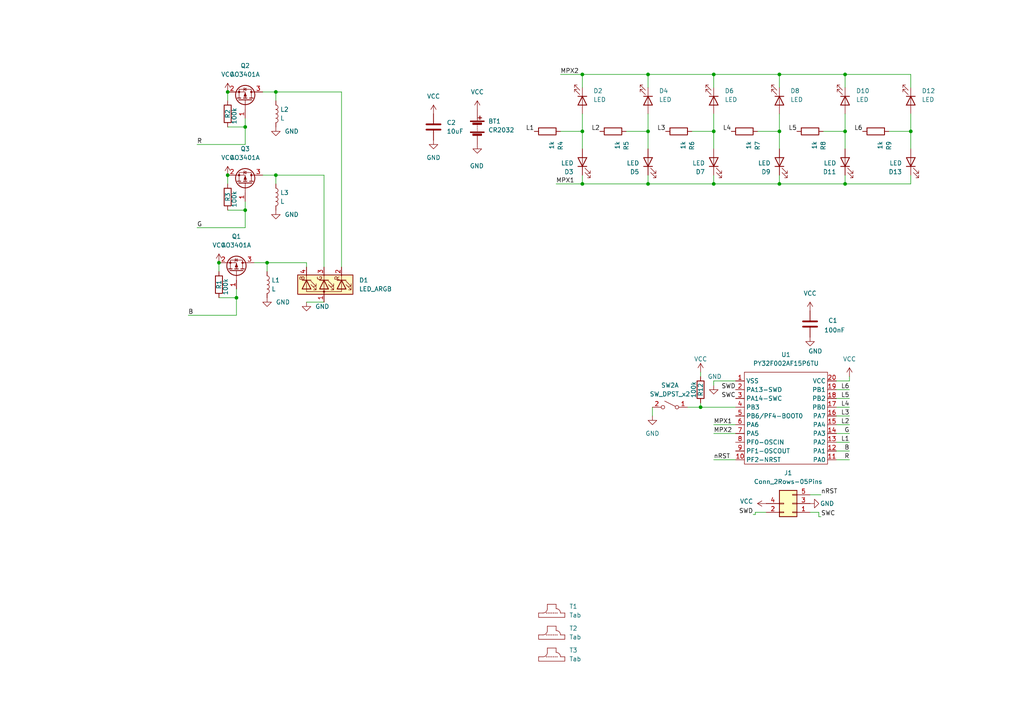
<source format=kicad_sch>
(kicad_sch (version 20250114) (generator "eeschema") (generator_version "9.0")
  (paper "A4")
  (lib_symbols
    (symbol "Connector_Generic:Conn_2Rows-05Pins" (pin_names (offset 1.016) (hide yes))
      (property "Reference" "J" (at 1.27 5.08 0))
      (property "Value" "Conn_2Rows-05Pins" (at 1.27 -5.08 0))
      (symbol "Conn_2Rows-05Pins_1_1"
        (rectangle (start -1.27 3.81) (end 3.81 -3.81) (stroke (width 0.254)) (fill (type background)))
        (rectangle (start -1.27 2.667) (end 0 2.413) (stroke (width 0.1524)))
        (rectangle (start -1.27 0.127) (end 0 -0.127) (stroke (width 0.1524)))
        (rectangle (start -1.27 -2.413) (end 0 -2.667) (stroke (width 0.1524)))
        (rectangle (start 3.81 2.667) (end 2.54 2.413) (stroke (width 0.1524)))
        (rectangle (start 3.81 0.127) (end 2.54 -0.127) (stroke (width 0.1524)))
        (pin passive line (at -5.08 2.54 0) (length 3.81) (name "Pin_1") (number "1"))
        (pin passive line (at -5.08 0 0) (length 3.81) (name "Pin_3") (number "3"))
        (pin passive line (at -5.08 -2.54 0) (length 3.81) (name "Pin_5") (number "5"))
        (pin passive line (at 7.62 2.54 180) (length 3.81) (name "Pin_2") (number "2"))
        (pin passive line (at 7.62 0 180) (length 3.81) (name "Pin_4") (number "4"))
      )
    )
    (symbol "Device:Battery" (pin_numbers (hide yes)) (pin_names (offset 0) (hide yes))
      (property "Reference" "BT" (at 2.54 2.54 0))
      (property "Value" "Battery" (at 2.54 0 0))
      (symbol "Battery_0_1"
        (rectangle (start -2.032 1.778) (end 2.032 1.524) (fill (type outline)))
        (rectangle (start -2.032 -1.397) (end 2.032 -1.651) (fill (type outline)))
        (rectangle (start -1.3208 1.1938) (end 1.27 0.6858) (fill (type outline)))
        (rectangle (start -1.3208 -1.9812) (end 1.27 -2.4892) (fill (type outline)))
        (polyline (pts (xy 0 1.778) (xy 0 2.54)))
        (polyline (pts (xy 0 0.508) (xy 0 0.762)))
        (polyline (pts (xy 0 0) (xy 0 0.254)))
        (polyline (pts (xy 0 -0.508) (xy 0 -0.254)))
        (polyline (pts (xy 0 -1.016) (xy 0 -0.762)))
        (polyline (pts (xy 0 -1.524) (xy 0 -1.27)))
        (polyline (pts (xy 0.254 2.667) (xy 1.27 2.667)) (stroke (width 0.254)))
        (polyline (pts (xy 0.762 3.175) (xy 0.762 2.159)) (stroke (width 0.254)))
      )
      (symbol "Battery_1_1"
        (pin passive line (at 0 5.08 270) (length 2.54) (name "+") (number "1"))
        (pin passive line (at 0 -5.08 90) (length 2.54) (name "-") (number "2"))
      )
    )
    (symbol "Device:C" (pin_numbers (hide yes)) (pin_names (offset 0.254))
      (property "Reference" "C" (at 0.635 2.54 0))
      (property "Value" "C" (at 0.635 -2.54 0))
      (symbol "C_0_1"
        (polyline (pts (xy -2.032 0.762) (xy 2.032 0.762)) (stroke (width 0.508)))
        (polyline (pts (xy -2.032 -0.762) (xy 2.032 -0.762)) (stroke (width 0.508)))
      )
      (symbol "C_1_1"
        (pin passive line (at 0 3.81 270) (length 2.794) (name "~") (number "1"))
        (pin passive line (at 0 -3.81 90) (length 2.794) (name "~") (number "2"))
      )
    )
    (symbol "Device:L" (pin_numbers (hide yes)) (pin_names (offset 1.016) (hide yes))
      (property "Reference" "L" (at -1.27 0 90))
      (property "Value" "L" (at 1.905 0 90))
      (symbol "L_0_1"
        (arc (start 0 2.54) (mid 0.6323 1.905) (end 0 1.27))
        (arc (start 0 1.27) (mid 0.6323 0.635) (end 0 0))
        (arc (start 0 0) (mid 0.6323 -0.635) (end 0 -1.27))
        (arc (start 0 -1.27) (mid 0.6323 -1.905) (end 0 -2.54))
      )
      (symbol "L_1_1"
        (pin passive line (at 0 3.81 270) (length 1.27) (name "1") (number "1"))
        (pin passive line (at 0 -3.81 90) (length 1.27) (name "2") (number "2"))
      )
    )
    (symbol "Device:LED" (pin_numbers (hide yes)) (pin_names (offset 1.016) (hide yes))
      (property "Reference" "D" (at 0 2.54 0))
      (property "Value" "LED" (at 0 -2.54 0))
      (symbol "LED_0_1"
        (polyline (pts (xy -3.048 -0.762) (xy -4.572 -2.286) (xy -3.81 -2.286) (xy -4.572 -2.286) (xy -4.572 -1.524)))
        (polyline (pts (xy -1.778 -0.762) (xy -3.302 -2.286) (xy -2.54 -2.286) (xy -3.302 -2.286) (xy -3.302 -1.524)))
        (polyline (pts (xy -1.27 0) (xy 1.27 0)))
        (polyline (pts (xy -1.27 -1.27) (xy -1.27 1.27)) (stroke (width 0.254)))
        (polyline (pts (xy 1.27 -1.27) (xy 1.27 1.27) (xy -1.27 0) (xy 1.27 -1.27)) (stroke (width 0.254)))
      )
      (symbol "LED_1_1"
        (pin passive line (at -3.81 0 0) (length 2.54) (name "K") (number "1"))
        (pin passive line (at 3.81 0 180) (length 2.54) (name "A") (number "2"))
      )
    )
    (symbol "Device:LED_ARGB" (pin_names (offset 0) (hide yes))
      (property "Reference" "D" (at 0 9.398 0))
      (property "Value" "LED_ARGB" (at 0 -8.89 0))
      (symbol "LED_ARGB_0_0"
        (text "R" (at -1.905 3.81 0) (effects (font (size 1.27 1.27))))
        (text "G" (at -1.905 -1.27 0) (effects (font (size 1.27 1.27))))
        (text "B" (at -1.905 -6.35 0) (effects (font (size 1.27 1.27))))
      )
      (symbol "LED_ARGB_0_1"
        (polyline (pts (xy -1.27 6.35) (xy -1.27 3.81)) (stroke (width 0.254)))
        (polyline (pts (xy -1.27 6.35) (xy -1.27 3.81) (xy -1.27 3.81)))
        (polyline (pts (xy -1.27 5.08) (xy -2.54 5.08)))
        (polyline (pts (xy -1.27 5.08) (xy 1.27 5.08)))
        (polyline (pts (xy -1.27 1.27) (xy -1.27 -1.27)) (stroke (width 0.254)))
        (polyline (pts (xy -1.27 1.27) (xy -1.27 -1.27) (xy -1.27 -1.27)))
        (polyline (pts (xy -1.27 0) (xy -2.54 0)))
        (polyline (pts (xy -1.27 -3.81) (xy -1.27 -6.35)) (stroke (width 0.254)))
        (polyline (pts (xy -1.27 -5.08) (xy -2.54 -5.08)))
        (polyline (pts (xy -1.27 -5.08) (xy 1.27 -5.08)))
        (polyline (pts (xy -1.016 6.35) (xy 0.508 7.874) (xy -0.254 7.874) (xy 0.508 7.874) (xy 0.508 7.112)))
        (polyline (pts (xy -1.016 1.27) (xy 0.508 2.794) (xy -0.254 2.794) (xy 0.508 2.794) (xy 0.508 2.032)))
        (polyline (pts (xy -1.016 -3.81) (xy 0.508 -2.286) (xy -0.254 -2.286) (xy 0.508 -2.286) (xy 0.508 -3.048)))
        (polyline (pts (xy 0 6.35) (xy 1.524 7.874) (xy 0.762 7.874) (xy 1.524 7.874) (xy 1.524 7.112)))
        (polyline (pts (xy 0 1.27) (xy 1.524 2.794) (xy 0.762 2.794) (xy 1.524 2.794) (xy 1.524 2.032)))
        (polyline (pts (xy 0 -3.81) (xy 1.524 -2.286) (xy 0.762 -2.286) (xy 1.524 -2.286) (xy 1.524 -3.048)))
        (polyline (pts (xy 1.27 6.35) (xy 1.27 3.81) (xy -1.27 5.08) (xy 1.27 6.35)) (stroke (width 0.254)))
        (rectangle (start 1.27 6.35) (end 1.27 6.35))
        (rectangle (start 1.27 3.81) (end 1.27 6.35))
        (polyline (pts (xy 1.27 1.27) (xy 1.27 -1.27) (xy -1.27 0) (xy 1.27 1.27)) (stroke (width 0.254)))
        (rectangle (start 1.27 1.27) (end 1.27 1.27))
        (polyline (pts (xy 1.27 0) (xy -1.27 0)))
        (polyline (pts (xy 1.27 0) (xy 2.54 0)))
        (rectangle (start 1.27 -1.27) (end 1.27 1.27))
        (polyline (pts (xy 1.27 -3.81) (xy 1.27 -6.35) (xy -1.27 -5.08) (xy 1.27 -3.81)) (stroke (width 0.254)))
        (polyline (pts (xy 1.27 -5.08) (xy 2.032 -5.08) (xy 2.032 5.08) (xy 1.27 5.08)))
        (circle (center 2.032 0) (radius 0.254) (fill (type outline)))
        (rectangle (start 2.794 8.382) (end -2.794 -7.62) (stroke (width 0.254)) (fill (type background)))
      )
      (symbol "LED_ARGB_1_1"
        (pin passive line (at -5.08 5.08 0) (length 2.54) (name "RK") (number "2"))
        (pin passive line (at -5.08 0 0) (length 2.54) (name "GK") (number "3"))
        (pin passive line (at -5.08 -5.08 0) (length 2.54) (name "BK") (number "4"))
        (pin passive line (at 5.08 0 180) (length 2.54) (name "A") (number "1"))
      )
    )
    (symbol "Device:R" (pin_numbers (hide yes)) (pin_names (offset 0))
      (property "Reference" "R" (at 2.032 0 90))
      (property "Value" "R" (at 0 0 90))
      (symbol "R_0_1"
        (rectangle (start -1.016 -2.54) (end 1.016 2.54) (stroke (width 0.254)))
      )
      (symbol "R_1_1"
        (pin passive line (at 0 3.81 270) (length 1.27) (name "~") (number "1"))
        (pin passive line (at 0 -3.81 90) (length 1.27) (name "~") (number "2"))
      )
    )
    (symbol "PY32F002AF15P6:PY32F002AF15P6TU"
      (property "Reference" "U" (at -8.89 16.51 0))
      (property "Value" "PY32F002AF15P6TU" (at 5.08 16.51 0))
      (symbol "PY32F002AF15P6TU_0_1"
        (rectangle (start -12.7 11.43) (end 11.43 -15.24))
      )
      (symbol "PY32F002AF15P6TU_1_1"
        (pin input line (at -15.24 8.89 0) (length 2.54) (name "VSS") (number "1"))
        (pin input line (at -15.24 6.35 0) (length 2.54) (name "PA13-SWD") (number "2"))
        (pin input line (at -15.24 3.81 0) (length 2.54) (name "PA14-SWC") (number "3"))
        (pin input line (at -15.24 1.27 0) (length 2.54) (name "PB3") (number "4"))
        (pin input line (at -15.24 -1.27 0) (length 2.54) (name "PB6/PF4-BOOT0") (number "5"))
        (pin input line (at -15.24 -3.81 0) (length 2.54) (name "PA6") (number "6"))
        (pin input line (at -15.24 -6.35 0) (length 2.54) (name "PA5") (number "7"))
        (pin input line (at -15.24 -8.89 0) (length 2.54) (name "PF0-OSCIN") (number "8"))
        (pin input line (at -15.24 -11.43 0) (length 2.54) (name "PF1-OSCOUT") (number "9"))
        (pin input line (at -15.24 -13.97 0) (length 2.54) (name "PF2-NRST") (number "10"))
        (pin input line (at 13.97 8.89 180) (length 2.54) (name "VCC") (number "20"))
        (pin input line (at 13.97 6.35 180) (length 2.54) (name "PB1") (number "19"))
        (pin input line (at 13.97 3.81 180) (length 2.54) (name "PB2") (number "18"))
        (pin input line (at 13.97 1.27 180) (length 2.54) (name "PB0") (number "17"))
        (pin input line (at 13.97 -1.27 180) (length 2.54) (name "PA7") (number "16"))
        (pin input line (at 13.97 -3.81 180) (length 2.54) (name "PA4") (number "15"))
        (pin input line (at 13.97 -6.35 180) (length 2.54) (name "PA3") (number "14"))
        (pin input line (at 13.97 -8.89 180) (length 2.54) (name "PA2") (number "13"))
        (pin input line (at 13.97 -11.43 180) (length 2.54) (name "PA1") (number "12"))
        (pin input line (at 13.97 -13.97 180) (length 2.54) (name "PA0") (number "11"))
      )
    )
    (symbol "Switch:SW_DPST_x2" (pin_names (offset 0) (hide yes))
      (property "Reference" "SW" (at 0 3.175 0))
      (property "Value" "SW_DPST_x2" (at 0 -2.54 0))
      (symbol "SW_DPST_x2_0_0"
        (circle (center -2.032 0) (radius 0.508))
        (polyline (pts (xy -1.524 0.254) (xy 1.524 1.778)))
        (circle (center 2.032 0) (radius 0.508))
      )
      (symbol "SW_DPST_x2_1_1"
        (pin passive line (at -5.08 0 0) (length 2.54) (name "A") (number "1"))
        (pin passive line (at 5.08 0 180) (length 2.54) (name "B") (number "2"))
      )
      (symbol "SW_DPST_x2_2_1"
        (pin passive line (at -5.08 0 0) (length 2.54) (name "A") (number "3"))
        (pin passive line (at 5.08 0 180) (length 2.54) (name "B") (number "4"))
      )
    )
    (symbol "Transistor_FET:AO3401A" (pin_names (hide yes))
      (property "Reference" "Q" (at 5.08 1.905 0))
      (property "Value" "AO3401A" (at 5.08 0 0))
      (symbol "AO3401A_0_1"
        (polyline (pts (xy 0.254 1.905) (xy 0.254 -1.905)) (stroke (width 0.254)))
        (polyline (pts (xy 0.254 0) (xy -2.54 0)))
        (polyline (pts (xy 0.762 2.286) (xy 0.762 1.27)) (stroke (width 0.254)))
        (polyline (pts (xy 0.762 1.778) (xy 3.302 1.778) (xy 3.302 -1.778) (xy 0.762 -1.778)))
        (polyline (pts (xy 0.762 0.508) (xy 0.762 -0.508)) (stroke (width 0.254)))
        (polyline (pts (xy 0.762 -1.27) (xy 0.762 -2.286)) (stroke (width 0.254)))
        (circle (center 1.651 0) (radius 2.794) (stroke (width 0.254)))
        (polyline (pts (xy 2.286 0) (xy 1.27 0.381) (xy 1.27 -0.381) (xy 2.286 0)) (fill (type outline)))
        (polyline (pts (xy 2.54 2.54) (xy 2.54 1.778)))
        (circle (center 2.54 1.778) (radius 0.254) (fill (type outline)))
        (circle (center 2.54 -1.778) (radius 0.254) (fill (type outline)))
        (polyline (pts (xy 2.54 -2.54) (xy 2.54 0) (xy 0.762 0)))
        (polyline (pts (xy 2.794 -0.508) (xy 2.921 -0.381) (xy 3.683 -0.381) (xy 3.81 -0.254)))
        (polyline (pts (xy 3.302 -0.381) (xy 2.921 0.254) (xy 3.683 0.254) (xy 3.302 -0.381)))
      )
      (symbol "AO3401A_1_1"
        (pin input line (at -5.08 0 0) (length 2.54) (name "G") (number "1"))
        (pin passive line (at 2.54 5.08 270) (length 2.54) (name "D") (number "3"))
        (pin passive line (at 2.54 -5.08 90) (length 2.54) (name "S") (number "2"))
      )
    )
    (symbol "kikit:Tab" (in_bom no)
      (property "Reference" "T" (at 0 3.81 0))
      (property "Value" "Tab" (at 0 -2.54 0))
      (symbol "Tab_0_1"
        (polyline (pts (xy -3.81 0) (xy -2.54 0)) (stroke (width 0.1524)))
        (polyline (pts (xy -3.81 0) (xy -3.81 -1.27) (xy 3.81 -1.27) (xy 3.81 0)) (stroke (width 0.1524)))
        (arc (start -1.27 1.27) (mid -1.642 0.372) (end -2.54 0) (stroke (width 0.1524)))
        (circle (center -1.524 0) (radius 0.0762) (stroke (width 0.1524)))
        (polyline (pts (xy -1.27 1.27) (xy -1.27 2.54)) (stroke (width 0.1524)))
        (circle (center -1.016 0) (radius 0.0762) (stroke (width 0.1524)))
        (circle (center -0.508 0) (radius 0.0762) (stroke (width 0.1524)))
        (circle (center 0 0) (radius 0.0762) (stroke (width 0.1524)))
        (circle (center 0.508 0) (radius 0.0762) (stroke (width 0.1524)))
        (circle (center 1.016 0) (radius 0.0762) (stroke (width 0.1524)))
        (polyline (pts (xy 1.27 2.54) (xy -1.27 2.54)) (stroke (width 0.1524)))
        (polyline (pts (xy 1.27 1.27) (xy 1.27 2.54)) (stroke (width 0.1524)))
        (arc (start 1.27 1.27) (mid 2.168 0.898) (end 2.54 0) (stroke (width 0.1524)))
        (circle (center 1.524 0) (radius 0.0762) (stroke (width 0.1524)))
        (polyline (pts (xy 2.54 0) (xy 3.81 0)) (stroke (width 0.1524)))
      )
    )
    (symbol "power:GND" (power) (pin_names (offset 0))
      (property "Value" "GND" (at 0 -3.81 0))
      (symbol "GND_0_1"
        (polyline (pts (xy 0 0) (xy 0 -1.27) (xy 1.27 -1.27) (xy 0 -2.54) (xy -1.27 -1.27) (xy 0 -1.27)))
      )
      (symbol "GND_1_1"
        (pin power_in line (at 0 0 270) (length 0) (hide yes) (name "GND") (number "1"))
      )
    )
    (symbol "power:VCC" (power) (pin_names (offset 0))
      (property "Value" "VCC" (at 0 3.81 0))
      (symbol "VCC_0_1"
        (polyline (pts (xy -0.762 1.27) (xy 0 2.54)))
        (polyline (pts (xy 0 2.54) (xy 0.762 1.27)))
        (polyline (pts (xy 0 0) (xy 0 2.54)))
      )
      (symbol "VCC_1_1"
        (pin power_in line (at 0 0 90) (length 0) (hide yes) (name "VCC") (number "1"))
      )
    )
  )
  (junction (at 168.91 38.1))
  (junction (at 245.11 21.59))
  (junction (at 245.11 53.34))
  (junction (at 207.01 53.34))
  (junction (at 71.12 60.96))
  (junction (at 77.47 76.2))
  (junction (at 71.12 36.83))
  (junction (at 264.16 38.1))
  (junction (at 207.01 38.1))
  (junction (at 80.01 50.8))
  (junction (at 66.04 26.67))
  (junction (at 226.06 38.1))
  (junction (at 168.91 21.59))
  (junction (at 63.5 76.2))
  (junction (at 226.06 21.59))
  (junction (at 80.01 26.67))
  (junction (at 66.04 50.8))
  (junction (at 187.96 38.1))
  (junction (at 187.96 21.59))
  (junction (at 245.11 38.1))
  (junction (at 203.2 118.11))
  (junction (at 226.06 53.34))
  (junction (at 187.96 53.34))
  (junction (at 68.58 86.36))
  (junction (at 168.91 53.34))
  (junction (at 207.01 21.59))
  (wire (pts (xy 207.01 111.76) (xy 207.01 110.49)))
  (wire (pts (xy 187.96 21.59) (xy 168.91 21.59)))
  (wire (pts (xy 237.49 148.59) (xy 234.95 148.59)))
  (wire (pts (xy 226.06 50.8) (xy 226.06 53.34)))
  (wire (pts (xy 245.11 33.02) (xy 245.11 38.1)))
  (wire (pts (xy 71.12 60.96) (xy 71.12 58.42)))
  (wire (pts (xy 207.01 33.02) (xy 207.01 38.1)))
  (wire (pts (xy 57.15 66.04) (xy 71.12 66.04)))
  (wire (pts (xy 226.06 33.02) (xy 226.06 38.1)))
  (wire (pts (xy 246.38 120.65) (xy 242.57 120.65)))
  (wire (pts (xy 264.16 25.4) (xy 264.16 21.59)))
  (wire (pts (xy 246.38 128.27) (xy 242.57 128.27)))
  (wire (pts (xy 66.04 50.8) (xy 66.04 53.34)))
  (wire (pts (xy 207.01 123.19) (xy 213.36 123.19)))
  (wire (pts (xy 207.01 25.4) (xy 207.01 21.59)))
  (wire (pts (xy 80.01 26.67) (xy 80.01 29.21)))
  (wire (pts (xy 203.2 107.95) (xy 203.2 109.22)))
  (wire (pts (xy 246.38 109.22) (xy 246.38 110.49)))
  (wire (pts (xy 80.01 50.8) (xy 93.98 50.8)))
  (wire (pts (xy 246.38 123.19) (xy 242.57 123.19)))
  (wire (pts (xy 99.06 26.67) (xy 99.06 77.47)))
  (wire (pts (xy 245.11 50.8) (xy 245.11 53.34)))
  (wire (pts (xy 246.38 118.11) (xy 242.57 118.11)))
  (wire (pts (xy 66.04 60.96) (xy 71.12 60.96)))
  (wire (pts (xy 162.56 38.1) (xy 168.91 38.1)))
  (wire (pts (xy 88.9 76.2) (xy 77.47 76.2)))
  (wire (pts (xy 162.56 21.59) (xy 168.91 21.59)))
  (wire (pts (xy 226.06 25.4) (xy 226.06 21.59)))
  (wire (pts (xy 54.61 91.44) (xy 68.58 91.44)))
  (wire (pts (xy 245.11 25.4) (xy 245.11 21.59)))
  (wire (pts (xy 73.66 76.2) (xy 77.47 76.2)))
  (wire (pts (xy 246.38 113.03) (xy 242.57 113.03)))
  (wire (pts (xy 219.075 148.59) (xy 222.25 148.59)))
  (wire (pts (xy 57.15 41.91) (xy 71.12 41.91)))
  (wire (pts (xy 245.11 38.1) (xy 245.11 43.18)))
  (wire (pts (xy 181.61 38.1) (xy 187.96 38.1)))
  (wire (pts (xy 68.58 86.36) (xy 68.58 91.44)))
  (wire (pts (xy 219.075 149.225) (xy 219.075 148.59)))
  (wire (pts (xy 168.91 53.34) (xy 187.96 53.34)))
  (wire (pts (xy 226.06 38.1) (xy 226.06 43.18)))
  (wire (pts (xy 238.76 38.1) (xy 245.11 38.1)))
  (wire (pts (xy 207.01 38.1) (xy 207.01 43.18)))
  (wire (pts (xy 207.01 110.49) (xy 213.36 110.49)))
  (wire (pts (xy 264.16 50.8) (xy 264.16 53.34)))
  (wire (pts (xy 203.2 116.84) (xy 203.2 118.11)))
  (wire (pts (xy 203.2 118.11) (xy 213.36 118.11)))
  (wire (pts (xy 245.11 21.59) (xy 226.06 21.59)))
  (wire (pts (xy 207.01 53.34) (xy 226.06 53.34)))
  (wire (pts (xy 63.5 76.2) (xy 63.5 78.74)))
  (wire (pts (xy 63.5 86.36) (xy 68.58 86.36)))
  (wire (pts (xy 187.96 53.34) (xy 207.01 53.34)))
  (wire (pts (xy 219.71 38.1) (xy 226.06 38.1)))
  (wire (pts (xy 237.49 149.86) (xy 237.49 148.59)))
  (wire (pts (xy 207.01 21.59) (xy 187.96 21.59)))
  (wire (pts (xy 207.01 133.35) (xy 213.36 133.35)))
  (wire (pts (xy 257.81 38.1) (xy 264.16 38.1)))
  (wire (pts (xy 161.29 53.34) (xy 168.91 53.34)))
  (wire (pts (xy 77.47 76.2) (xy 77.47 78.74)))
  (wire (pts (xy 76.2 26.67) (xy 80.01 26.67)))
  (wire (pts (xy 68.58 86.36) (xy 68.58 83.82)))
  (wire (pts (xy 88.9 87.63) (xy 93.98 87.63)))
  (wire (pts (xy 226.06 53.34) (xy 245.11 53.34)))
  (wire (pts (xy 66.04 26.67) (xy 66.04 29.21)))
  (wire (pts (xy 80.01 50.8) (xy 80.01 53.34)))
  (wire (pts (xy 187.96 38.1) (xy 187.96 43.18)))
  (wire (pts (xy 264.16 33.02) (xy 264.16 38.1)))
  (wire (pts (xy 245.11 53.34) (xy 264.16 53.34)))
  (wire (pts (xy 246.38 133.35) (xy 242.57 133.35)))
  (wire (pts (xy 71.12 60.96) (xy 71.12 66.04)))
  (wire (pts (xy 187.96 50.8) (xy 187.96 53.34)))
  (wire (pts (xy 187.96 33.02) (xy 187.96 38.1)))
  (wire (pts (xy 238.125 149.86) (xy 237.49 149.86)))
  (wire (pts (xy 168.91 38.1) (xy 168.91 43.18)))
  (wire (pts (xy 218.44 149.225) (xy 219.075 149.225)))
  (wire (pts (xy 76.2 50.8) (xy 80.01 50.8)))
  (wire (pts (xy 246.38 110.49) (xy 242.57 110.49)))
  (wire (pts (xy 226.06 21.59) (xy 207.01 21.59)))
  (wire (pts (xy 88.9 77.47) (xy 88.9 76.2)))
  (wire (pts (xy 200.66 38.1) (xy 207.01 38.1)))
  (wire (pts (xy 168.91 50.8) (xy 168.91 53.34)))
  (wire (pts (xy 246.38 130.81) (xy 242.57 130.81)))
  (wire (pts (xy 199.39 118.11) (xy 203.2 118.11)))
  (wire (pts (xy 168.91 25.4) (xy 168.91 21.59)))
  (wire (pts (xy 246.38 125.73) (xy 242.57 125.73)))
  (wire (pts (xy 207.01 50.8) (xy 207.01 53.34)))
  (wire (pts (xy 71.12 36.83) (xy 71.12 41.91)))
  (wire (pts (xy 234.95 143.51) (xy 238.125 143.51)))
  (wire (pts (xy 264.16 21.59) (xy 245.11 21.59)))
  (wire (pts (xy 93.98 50.8) (xy 93.98 77.47)))
  (wire (pts (xy 187.96 25.4) (xy 187.96 21.59)))
  (wire (pts (xy 264.16 38.1) (xy 264.16 43.18)))
  (wire (pts (xy 71.12 36.83) (xy 71.12 34.29)))
  (wire (pts (xy 66.04 36.83) (xy 71.12 36.83)))
  (wire (pts (xy 207.01 125.73) (xy 213.36 125.73)))
  (wire (pts (xy 80.01 26.67) (xy 99.06 26.67)))
  (wire (pts (xy 246.38 115.57) (xy 242.57 115.57)))
  (wire (pts (xy 168.91 33.02) (xy 168.91 38.1)))
  (wire (pts (xy 189.23 118.11) (xy 189.23 120.65)))
  (label "L4" (at 246.38 118.11 180))
  (label "L6" (at 246.38 113.03 180))
  (label "L4" (at 212.09 38.1 180))
  (label "L5" (at 246.38 115.57 180))
  (label "SWC" (at 238.125 149.86 0))
  (label "nRST" (at 207.01 133.35 0))
  (label "MPX2" (at 207.01 125.73 0))
  (label "L6" (at 250.19 38.1 180))
  (label "L1" (at 154.94 38.1 180))
  (label "L5" (at 231.14 38.1 180))
  (label "B" (at 246.38 130.81 180))
  (label "L2" (at 173.99 38.1 180))
  (label "SWD" (at 218.44 149.225 180))
  (label "L3" (at 246.38 120.65 180))
  (label "B" (at 54.61 91.44 0))
  (label "R" (at 246.38 133.35 180))
  (label "SWD" (at 213.36 113.03 180))
  (label "G" (at 57.15 66.04 0))
  (label "R" (at 57.15 41.91 0))
  (label "G" (at 246.38 125.73 180))
  (label "MPX1" (at 207.01 123.19 0))
  (label "MPX2" (at 162.56 21.59 0))
  (label "L1" (at 246.38 128.27 180))
  (label "L3" (at 193.04 38.1 180))
  (label "MPX1" (at 161.29 53.34 0))
  (label "L2" (at 246.38 123.19 180))
  (label "SWC" (at 213.36 115.57 180))
  (label "nRST" (at 238.125 143.51 0))
  (symbol (lib_id "Device:LED") (at 245.11 46.99 90) (unit 1)
    (property "Reference" "D11" (at 242.57 49.8476 90) (effects (justify left)))
    (property "Value" "LED" (at 242.57 47.3076 90) (effects (justify left)))
    (property "Footprint" "LED_SMD:LED_0805_2012Metric" (effects (hide yes)))
  )
  (symbol (lib_id "PY32F002AF15P6:PY32F002AF15P6TU") (at 228.6 119.38 0) (unit 1)
    (property "Reference" "U1" (at 227.965 102.87 0))
    (property "Value" "PY32F002AF15P6TU" (at 227.965 105.41 0))
    (property "Footprint" "Package_SO:TSSOP-20_4.4x6.5mm_P0.65mm" (effects (hide yes)))
  )
  (symbol (lib_id "Device:R") (at 66.04 57.15 0) (unit 1)
    (property "Reference" "R3" (at 66.04 57.15 90))
    (property "Value" "100k" (at 67.945 57.785 90))
    (property "Footprint" "Resistor_SMD:R_0603_1608Metric" (effects (hide yes)))
  )
  (symbol (lib_id "Device:R") (at 254 38.1 270) (unit 1)
    (property "Reference" "R9" (at 257.8101 40.894 0) (effects (justify left)))
    (property "Value" "1k" (at 255.2701 40.894 0) (effects (justify left)))
    (property "Footprint" "Resistor_SMD:R_0603_1608Metric" (effects (hide yes)))
  )
  (symbol (lib_id "Device:L") (at 80.01 33.02 0) (unit 1)
    (property "Reference" "L2" (at 81.28 31.7499 0) (effects (justify left)))
    (property "Value" "L" (at 81.28 34.2899 0) (effects (justify left)))
    (property "Footprint" "Inductor_SMD:L_1008_2520Metric" (effects (hide yes)))
  )
  (symbol (lib_id "Device:LED") (at 207.01 29.21 270) (unit 1)
    (property "Reference" "D6" (at 210.185 26.3524 90) (effects (justify left)))
    (property "Value" "LED" (at 210.185 28.8924 90) (effects (justify left)))
    (property "Footprint" "LED_SMD:LED_0805_2012Metric" (effects (hide yes)))
  )
  (symbol (lib_id "kikit:Tab") (at 160.02 190.5 0) (unit 1) (in_bom no)
    (property "Reference" "T3" (at 165.1 188.5949 0) (effects (justify left)))
    (property "Value" "Tab" (at 165.1 191.1349 0) (effects (justify left)))
    (property "Footprint" "kikit:Tab" (effects (hide yes)))
  )
  (symbol (lib_id "power:GND") (at 234.95 97.79 0) (unit 1)
    (property "Reference" "#PWR02" (effects (hide yes)))
    (property "Value" "GND" (at 236.474 101.854 0))
  )
  (symbol (lib_id "Transistor_FET:AO3401A") (at 71.12 53.34 270) (mirror x) (unit 1)
    (property "Reference" "Q3" (at 71.12 43.18 90))
    (property "Value" "AO3401A" (at 71.12 45.72 90))
    (property "Footprint" "hullocsillag:SOT-23" (effects (hide yes)))
    (property "Datasheet" "http://www.aosmd.com/pdfs/datasheet/AO3401A.pdf" (effects (hide yes)))
  )
  (symbol (lib_id "power:VCC") (at 234.95 90.17 0) (unit 1)
    (property "Reference" "#PWR01" (effects (hide yes)))
    (property "Value" "VCC" (at 234.95 85.09 0))
  )
  (symbol (lib_id "Device:R") (at 63.5 82.55 0) (unit 1)
    (property "Reference" "R1" (at 63.5 82.55 90))
    (property "Value" "100k" (at 65.405 83.185 90))
    (property "Footprint" "Resistor_SMD:R_0603_1608Metric" (effects (hide yes)))
  )
  (symbol (lib_id "Connector_Generic:Conn_2Rows-05Pins") (at 229.87 146.05 180) (unit 1)
    (property "Reference" "J1" (at 228.6 137.16 0))
    (property "Value" "Conn_2Rows-05Pins" (at 228.6 139.7 0))
    (property "Footprint" "hullocsillag:ProgConnector_5pin" (effects (hide yes)))
  )
  (symbol (lib_id "Device:LED") (at 168.91 29.21 270) (unit 1)
    (property "Reference" "D2" (at 172.085 26.3524 90) (effects (justify left)))
    (property "Value" "LED" (at 172.085 28.8924 90) (effects (justify left)))
    (property "Footprint" "LED_SMD:LED_0805_2012Metric" (effects (hide yes)))
  )
  (symbol (lib_id "Device:LED") (at 187.96 29.21 270) (unit 1)
    (property "Reference" "D4" (at 191.135 26.3524 90) (effects (justify left)))
    (property "Value" "LED" (at 191.135 28.8924 90) (effects (justify left)))
    (property "Footprint" "LED_SMD:LED_0805_2012Metric" (effects (hide yes)))
  )
  (symbol (lib_id "Device:L") (at 80.01 57.15 0) (unit 1)
    (property "Reference" "L3" (at 81.28 55.8799 0) (effects (justify left)))
    (property "Value" "L" (at 81.28 58.4199 0) (effects (justify left)))
    (property "Footprint" "Inductor_SMD:L_1008_2520Metric" (effects (hide yes)))
  )
  (symbol (lib_id "Device:R") (at 215.9 38.1 270) (unit 1)
    (property "Reference" "R7" (at 219.7101 40.894 0) (effects (justify left)))
    (property "Value" "1k" (at 217.1701 40.894 0) (effects (justify left)))
    (property "Footprint" "Resistor_SMD:R_0603_1608Metric" (effects (hide yes)))
  )
  (symbol (lib_id "Device:Battery") (at 138.43 36.83 0) (unit 1)
    (property "Reference" "BT1" (at 141.605 35.1789 0) (effects (justify left)))
    (property "Value" "CR2032" (at 141.605 37.7189 0) (effects (justify left)))
    (property "Footprint" "hullocsillag:CR2032_Holder" (effects (hide yes)))
  )
  (symbol (lib_id "Device:LED") (at 264.16 46.99 90) (unit 1)
    (property "Reference" "D13" (at 261.62 49.8476 90) (effects (justify left)))
    (property "Value" "LED" (at 261.62 47.3076 90) (effects (justify left)))
    (property "Footprint" "LED_SMD:LED_0805_2012Metric" (effects (hide yes)))
  )
  (symbol (lib_id "power:VCC") (at 66.04 50.8 0) (unit 1)
    (property "Reference" "#PWR0116" (effects (hide yes)))
    (property "Value" "VCC" (at 66.04 45.72 0))
  )
  (symbol (lib_id "Device:LED") (at 245.11 29.21 270) (unit 1)
    (property "Reference" "D10" (at 248.285 26.3524 90) (effects (justify left)))
    (property "Value" "LED" (at 248.285 28.8924 90) (effects (justify left)))
    (property "Footprint" "LED_SMD:LED_0805_2012Metric" (effects (hide yes)))
  )
  (symbol (lib_id "power:GND") (at 88.9 87.63 0) (unit 1)
    (property "Reference" "#PWR0107" (effects (hide yes)))
    (property "Value" "GND" (at 91.44 88.8999 0) (effects (justify left)))
  )
  (symbol (lib_id "Device:LED") (at 264.16 29.21 270) (unit 1)
    (property "Reference" "D12" (at 267.335 26.3524 90) (effects (justify left)))
    (property "Value" "LED" (at 267.335 28.8924 90) (effects (justify left)))
    (property "Footprint" "LED_SMD:LED_0805_2012Metric" (effects (hide yes)))
  )
  (symbol (lib_id "power:VCC") (at 246.38 109.22 0) (unit 1)
    (property "Reference" "#PWR03" (effects (hide yes)))
    (property "Value" "VCC" (at 246.38 104.14 0))
  )
  (symbol (lib_id "power:VCC") (at 125.73 33.02 0) (unit 1)
    (property "Reference" "#PWR0117" (effects (hide yes)))
    (property "Value" "VCC" (at 125.73 27.94 0))
  )
  (symbol (lib_id "power:VCC") (at 66.04 26.67 0) (unit 1)
    (property "Reference" "#PWR0115" (effects (hide yes)))
    (property "Value" "VCC" (at 66.04 21.59 0))
  )
  (symbol (lib_id "power:GND") (at 80.01 36.83 0) (unit 1)
    (property "Reference" "#PWR0114" (effects (hide yes)))
    (property "Value" "GND" (at 82.55 38.0999 0) (effects (justify left)))
  )
  (symbol (lib_id "Device:R") (at 196.85 38.1 270) (unit 1)
    (property "Reference" "R6" (at 200.6601 40.894 0) (effects (justify left)))
    (property "Value" "1k" (at 198.1201 40.894 0) (effects (justify left)))
    (property "Footprint" "Resistor_SMD:R_0603_1608Metric" (effects (hide yes)))
  )
  (symbol (lib_id "power:VCC") (at 138.43 31.75 0) (unit 1)
    (property "Reference" "#PWR0105" (effects (hide yes)))
    (property "Value" "VCC" (at 138.43 26.67 0))
  )
  (symbol (lib_id "Device:R") (at 158.75 38.1 270) (unit 1)
    (property "Reference" "R4" (at 162.5601 40.894 0) (effects (justify left)))
    (property "Value" "1k" (at 160.0201 40.894 0) (effects (justify left)))
    (property "Footprint" "Resistor_SMD:R_0603_1608Metric" (effects (hide yes)))
  )
  (symbol (lib_id "Device:LED") (at 187.96 46.99 90) (unit 1)
    (property "Reference" "D5" (at 185.42 49.8476 90) (effects (justify left)))
    (property "Value" "LED" (at 185.42 47.3076 90) (effects (justify left)))
    (property "Footprint" "LED_SMD:LED_0805_2012Metric" (effects (hide yes)))
  )
  (symbol (lib_id "power:GND") (at 80.01 60.96 0) (unit 1)
    (property "Reference" "#PWR0113" (effects (hide yes)))
    (property "Value" "GND" (at 82.55 62.2299 0) (effects (justify left)))
  )
  (symbol (lib_id "Device:R") (at 203.2 113.03 180) (unit 1)
    (property "Reference" "R12" (at 203.2 113.03 90))
    (property "Value" "100k" (at 201.168 113.03 90))
    (property "Footprint" "Resistor_SMD:R_0603_1608Metric" (effects (hide yes)))
  )
  (symbol (lib_id "Device:R") (at 177.8 38.1 270) (unit 1)
    (property "Reference" "R5" (at 181.6101 40.894 0) (effects (justify left)))
    (property "Value" "1k" (at 179.0701 40.894 0) (effects (justify left)))
    (property "Footprint" "Resistor_SMD:R_0603_1608Metric" (effects (hide yes)))
  )
  (symbol (lib_id "Device:LED_ARGB") (at 93.98 82.55 270) (unit 1)
    (property "Reference" "D1" (at 104.14 81.2799 90) (effects (justify left)))
    (property "Value" "LED_ARGB" (at 104.14 83.8199 90) (effects (justify left)))
    (property "Footprint" "hullocsillag:LED_RGB_Wuerth-PLCC4_3.2x2.8mm_150141M173100" (effects (hide yes)))
  )
  (symbol (lib_id "Transistor_FET:AO3401A") (at 71.12 29.21 270) (mirror x) (unit 1)
    (property "Reference" "Q2" (at 71.12 19.05 90))
    (property "Value" "AO3401A" (at 71.12 21.59 90))
    (property "Footprint" "hullocsillag:SOT-23" (effects (hide yes)))
    (property "Datasheet" "http://www.aosmd.com/pdfs/datasheet/AO3401A.pdf" (effects (hide yes)))
  )
  (symbol (lib_id "Device:LED") (at 226.06 46.99 90) (unit 1)
    (property "Reference" "D9" (at 223.52 49.8476 90) (effects (justify left)))
    (property "Value" "LED" (at 223.52 47.3076 90) (effects (justify left)))
    (property "Footprint" "LED_SMD:LED_0805_2012Metric" (effects (hide yes)))
  )
  (symbol (lib_id "Device:C") (at 125.73 36.83 0) (unit 1)
    (property "Reference" "C2" (at 129.54 35.5599 0) (effects (justify left)))
    (property "Value" "10uF" (at 129.54 38.0999 0) (effects (justify left)))
    (property "Footprint" "Capacitor_SMD:C_0805_2012Metric" (effects (hide yes)))
  )
  (symbol (lib_id "power:GND") (at 125.73 40.64 0) (unit 1)
    (property "Reference" "#PWR0119" (effects (hide yes)))
    (property "Value" "GND" (at 125.73 45.72 0))
  )
  (symbol (lib_id "power:GND") (at 138.43 41.91 0) (unit 1)
    (property "Reference" "#PWR0104" (effects (hide yes)))
    (property "Value" "GND" (at 138.303 48.133 0))
  )
  (symbol (lib_id "Device:R") (at 234.95 38.1 270) (unit 1)
    (property "Reference" "R8" (at 238.7601 40.894 0) (effects (justify left)))
    (property "Value" "1k" (at 236.2201 40.894 0) (effects (justify left)))
    (property "Footprint" "Resistor_SMD:R_0603_1608Metric" (effects (hide yes)))
  )
  (symbol (lib_id "power:GND") (at 77.47 86.36 0) (unit 1)
    (property "Reference" "#PWR0108" (effects (hide yes)))
    (property "Value" "GND" (at 80.01 87.6299 0) (effects (justify left)))
  )
  (symbol (lib_id "power:VCC") (at 63.5 76.2 0) (unit 1)
    (property "Reference" "#PWR0109" (effects (hide yes)))
    (property "Value" "VCC" (at 63.5 71.12 0))
  )
  (symbol (lib_id "Switch:SW_DPST_x2") (at 194.31 118.11 0) (mirror y) (unit 1)
    (property "Reference" "SW2" (at 194.31 111.76 0))
    (property "Value" "SW_DPST_x2" (at 194.31 114.3 0))
    (property "Footprint" "Button_Switch_SMD:SW_SPST_TL3342" (effects (hide yes)))
  )
  (symbol (lib_id "power:GND") (at 234.95 146.05 90) (unit 1)
    (property "Reference" "#PWR09" (effects (hide yes)))
    (property "Value" "GND" (at 241.935 146.05 90) (effects (justify left)))
  )
  (symbol (lib_id "kikit:Tab") (at 160.02 177.8 0) (unit 1) (in_bom no)
    (property "Reference" "T1" (at 165.1 175.8949 0) (effects (justify left)))
    (property "Value" "Tab" (at 165.1 178.4349 0) (effects (justify left)))
    (property "Footprint" "kikit:Tab" (effects (hide yes)))
  )
  (symbol (lib_id "kikit:Tab") (at 160.02 184.15 0) (unit 1) (in_bom no)
    (property "Reference" "T2" (at 165.1 182.2449 0) (effects (justify left)))
    (property "Value" "Tab" (at 165.1 184.7849 0) (effects (justify left)))
    (property "Footprint" "kikit:Tab" (effects (hide yes)))
  )
  (symbol (lib_id "Device:LED") (at 207.01 46.99 90) (unit 1)
    (property "Reference" "D7" (at 204.47 49.8476 90) (effects (justify left)))
    (property "Value" "LED" (at 204.47 47.3076 90) (effects (justify left)))
    (property "Footprint" "LED_SMD:LED_0805_2012Metric" (effects (hide yes)))
  )
  (symbol (lib_id "power:GND") (at 207.01 111.76 0) (unit 1)
    (property "Reference" "#PWR05" (effects (hide yes)))
    (property "Value" "GND" (at 205.232 109.22 0) (effects (justify left)))
  )
  (symbol (lib_id "Device:LED") (at 168.91 46.99 90) (unit 1)
    (property "Reference" "D3" (at 166.37 49.8476 90) (effects (justify left)))
    (property "Value" "LED" (at 166.37 47.3076 90) (effects (justify left)))
    (property "Footprint" "LED_SMD:LED_0805_2012Metric" (effects (hide yes)))
  )
  (symbol (lib_id "Device:C") (at 234.95 93.98 0) (unit 1)
    (property "Reference" "C1" (at 241.554 92.964 0))
    (property "Value" "100nF" (at 242.062 95.758 0))
    (property "Footprint" "Capacitor_SMD:C_0805_2012Metric" (effects (hide yes)))
  )
  (symbol (lib_id "Device:L") (at 77.47 82.55 0) (unit 1)
    (property "Reference" "L1" (at 78.74 81.2799 0) (effects (justify left)))
    (property "Value" "L" (at 78.74 83.8199 0) (effects (justify left)))
    (property "Footprint" "Inductor_SMD:L_1008_2520Metric" (effects (hide yes)))
  )
  (symbol (lib_id "Device:R") (at 66.04 33.02 0) (unit 1)
    (property "Reference" "R2" (at 66.04 33.02 90))
    (property "Value" "100k" (at 67.945 33.655 90))
    (property "Footprint" "Resistor_SMD:R_0603_1608Metric" (effects (hide yes)))
  )
  (symbol (lib_id "Device:LED") (at 226.06 29.21 270) (unit 1)
    (property "Reference" "D8" (at 229.235 26.3524 90) (effects (justify left)))
    (property "Value" "LED" (at 229.235 28.8924 90) (effects (justify left)))
    (property "Footprint" "LED_SMD:LED_0805_2012Metric" (effects (hide yes)))
  )
  (symbol (lib_id "power:GND") (at 189.23 120.65 0) (unit 1)
    (property "Reference" "#PWR07" (effects (hide yes)))
    (property "Value" "GND" (at 189.23 125.73 0))
  )
  (symbol (lib_id "power:VCC") (at 203.2 107.95 0) (unit 1)
    (property "Reference" "#PWR06" (effects (hide yes)))
    (property "Value" "VCC" (at 203.2 104.14 0))
  )
  (symbol (lib_id "power:VCC") (at 222.25 146.05 90) (unit 1)
    (property "Reference" "#PWR08" (effects (hide yes)))
    (property "Value" "VCC" (at 218.44 145.415 90) (effects (justify left)))
  )
  (symbol (lib_id "Transistor_FET:AO3401A") (at 68.58 78.74 270) (mirror x) (unit 1)
    (property "Reference" "Q1" (at 68.58 68.58 90))
    (property "Value" "AO3401A" (at 68.58 71.12 90))
    (property "Footprint" "hullocsillag:SOT-23" (effects (hide yes)))
    (property "Datasheet" "http://www.aosmd.com/pdfs/datasheet/AO3401A.pdf" (effects (hide yes)))
  )
)
</source>
